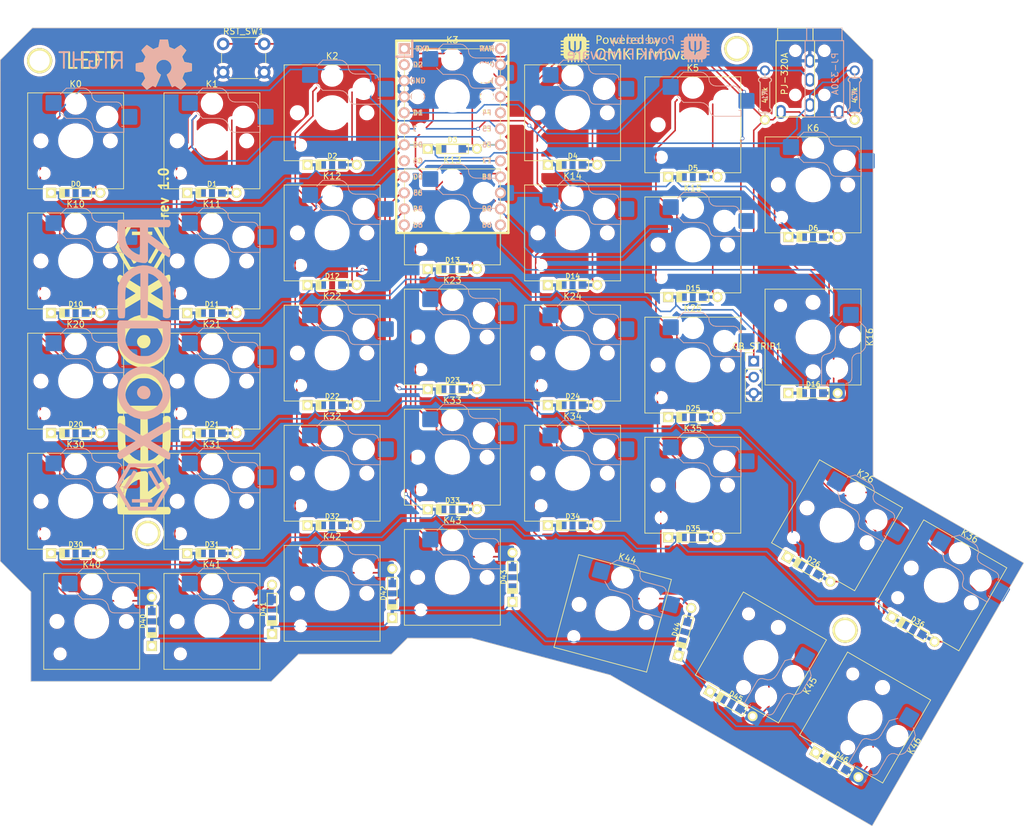
<source format=kicad_pcb>
(kicad_pcb (version 20221018) (generator pcbnew)
  (title_block (title "Redox keyboard PCB") (date "2018-05-05") (rev "1.0") (comment 1 "designed by Mattia Dal Ben (aka u/TiaMaT102)") (comment 2 "https://github.com/mattdibi/redox-keyboard"))
  (layers (0 "F.Cu" signal) (31 "B.Cu" signal) (34 "B.Paste" user) (35 "F.Paste" user) (36 "B.SilkS" user "B.Silkscreen") (37 "F.SilkS" user "F.Silkscreen") (38 "B.Mask" user) (39 "F.Mask" user) (44 "Edge.Cuts" user))
  (net 0 "")
  (net 1 "row0")
  (net 2 "row1")
  (net 3 "row2")
  (net 4 "row3")
  (net 5 "row4")
  (net 6 "col0")
  (net 7 "col1")
  (net 8 "col2")
  (net 9 "col3")
  (net 10 "col4")
  (net 11 "col5")
  (net 12 "col6")
  (net 13 "VCC")
  (net 14 "SDA")
  (net 15 "SCL")
  (net 16 "rgb_data")
  (net 17 "GND")
  (net 18 "RST")
  (net 19 "Net-(D0-A)")
  (net 20 "Net-(D1-A)")
  (net 21 "Net-(D2-A)")
  (net 22 "Net-(D3-A)")
  (net 23 "Net-(D4-A)")
  (net 24 "Net-(D5-A)")
  (net 25 "Net-(D6-A)")
  (net 26 "Net-(D10-A)")
  (net 27 "Net-(D11-A)")
  (net 28 "Net-(D12-A)")
  (net 29 "Net-(D13-A)")
  (net 30 "Net-(D14-A)")
  (net 31 "Net-(D15-A)")
  (net 32 "Net-(D16-A)")
  (net 33 "Net-(D20-A)")
  (net 34 "Net-(D21-A)")
  (net 35 "Net-(D22-A)")
  (net 36 "Net-(D23-A)")
  (net 37 "Net-(D24-A)")
  (net 38 "Net-(D25-A)")
  (net 39 "Net-(D26-A)")
  (net 40 "Net-(D30-A)")
  (net 41 "Net-(D31-A)")
  (net 42 "Net-(D32-A)")
  (net 43 "Net-(D33-A)")
  (net 44 "Net-(D34-A)")
  (net 45 "Net-(D35-A)")
  (net 46 "Net-(D36-A)")
  (net 47 "Net-(D40-A)")
  (net 48 "Net-(D41-A)")
  (net 49 "Net-(D42-A)")
  (net 50 "Net-(D43-A)")
  (net 51 "Net-(D44-A)")
  (net 52 "Net-(D45-A)")
  (net 53 "Net-(D46-A)")
  (footprint "Keebio-Parts:Diode-dual" (layer "F.Cu") (at 91.44 74.93 180)
    (fp_text reference "D0")
    (fp_text value "D" hide)
  )
  (footprint "Keebio-Parts:Diode-dual" (layer "F.Cu") (at 113.03 74.93 180)
    (fp_text reference "D1")
    (fp_text value "D" hide)
  )
  (footprint "Keebio-Parts:Diode-dual" (layer "F.Cu") (at 132.08 70.485 180)
    (fp_text reference "D2")
    (fp_text value "D" hide)
  )
  (footprint "Keebio-Parts:Diode-dual" (layer "F.Cu") (at 151.13 67.945 180)
    (fp_text reference "D3")
    (fp_text value "D" hide)
  )
  (footprint "Keebio-Parts:Diode-dual" (layer "F.Cu") (at 170.18 70.485 180)
    (fp_text reference "D4")
    (fp_text value "D" hide)
  )
  (footprint "Keebio-Parts:Diode-dual" (layer "F.Cu") (at 189.23 72.39 180)
    (fp_text reference "D5")
    (fp_text value "D" hide)
  )
  (footprint "Keebio-Parts:Diode-dual" (layer "F.Cu") (at 208.28 81.915 180)
    (fp_text reference "D6")
    (fp_text value "D" hide)
  )
  (footprint "Keebio-Parts:Diode-dual" (layer "F.Cu") (at 91.44 93.98 180)
    (fp_text reference "D10")
    (fp_text value "D" hide)
  )
  (footprint "Keebio-Parts:Diode-dual" (layer "F.Cu") (at 113.03 93.98 180)
    (fp_text reference "D11")
    (fp_text value "D" hide)
  )
  (footprint "Keebio-Parts:Diode-dual" (layer "F.Cu") (at 132.08 89.535 180)
    (fp_text reference "D12")
    (fp_text value "D" hide)
  )
  (footprint "Keebio-Parts:Diode-dual" (layer "F.Cu") (at 151.13 86.995 180)
    (fp_text reference "D13")
    (fp_text value "D" hide)
  )
  (footprint "Keebio-Parts:Diode-dual" (layer "F.Cu") (at 170.18 89.535 180)
    (fp_text reference "D14")
    (fp_text value "D" hide)
  )
  (footprint "Keebio-Parts:Diode-dual" (layer "F.Cu") (at 189.23 91.44 180)
    (fp_text reference "D15")
    (fp_text value "D" hide)
  )
  (footprint "Keebio-Parts:Diode-dual" (layer "F.Cu") (at 208.28 106.68 180)
    (fp_text reference "D16")
    (fp_text value "D" hide)
  )
  (footprint "Keebio-Parts:Diode-dual" (layer "F.Cu") (at 91.44 113.03 180)
    (fp_text reference "D20")
    (fp_text value "D" hide)
  )
  (footprint "Keebio-Parts:Diode-dual" (layer "F.Cu") (at 113.03 113.03 180)
    (fp_text reference "D21")
    (fp_text value "D" hide)
  )
  (footprint "Keebio-Parts:Diode-dual" (layer "F.Cu") (at 132.08 108.585 180)
    (fp_text reference "D22")
    (fp_text value "D" hide)
  )
  (footprint "Keebio-Parts:Diode-dual" (layer "F.Cu") (at 151.13 106.045 180)
    (fp_text reference "D23")
    (fp_text value "D" hide)
  )
  (footprint "Keebio-Parts:Diode-dual" (layer "F.Cu") (at 170.18 108.585 180)
    (fp_text reference "D24")
    (fp_text value "D" hide)
  )
  (footprint "Keebio-Parts:Diode-dual" (layer "F.Cu") (at 189.23 110.49 180)
    (fp_text reference "D25")
    (fp_text value "D" hide)
  )
  (footprint "Keebio-Parts:Diode-dual" (layer "F.Cu") (at 207.645 134.62 150)
    (fp_text reference "D26")
    (fp_text value "D" hide)
  )
  (footprint "Keebio-Parts:Diode-dual" (layer "F.Cu") (at 91.44 132.08 180)
    (fp_text reference "D30")
    (fp_text value "D" hide)
  )
  (footprint "Keebio-Parts:Diode-dual" (layer "F.Cu") (at 113.03 132.08 180)
    (fp_text reference "D31")
    (fp_text value "D" hide)
  )
  (footprint "Keebio-Parts:Diode-dual" (layer "F.Cu") (at 132.08 127.635 180)
    (fp_text reference "D32")
    (fp_text value "D" hide)
  )
  (footprint "Keebio-Parts:Diode-dual" (layer "F.Cu") (at 151.13 125.095 180)
    (fp_text reference "D33")
    (fp_text value "D" hide)
  )
  (footprint "Keebio-Parts:Diode-dual" (layer "F.Cu") (at 170.18 127.635 180)
    (fp_text reference "D34")
    (fp_text value "D" hide)
  )
  (footprint "Keebio-Parts:Diode-dual" (layer "F.Cu") (at 189.23 129.54 180)
    (fp_text reference "D35")
    (fp_text value "D" hide)
  )
  (footprint "Keebio-Parts:Diode-dual" (layer "F.Cu") (at 224.155 144.145 150)
    (fp_text reference "D36")
    (fp_text value "D" hide)
  )
  (footprint "Keebio-Parts:Diode-dual" (layer "F.Cu") (at 103.505 142.875 -90)
    (fp_text reference "D40")
    (fp_text value "D" hide)
  )
  (footprint "Keebio-Parts:Diode-dual" (layer "F.Cu") (at 122.555 140.97 -90)
    (fp_text reference "D41")
    (fp_text value "D" hide)
  )
  (footprint "Keebio-Parts:Diode-dual" (layer "F.Cu") (at 141.605 138.43 -90)
    (fp_text reference "D42")
    (fp_text value "D" hide)
  )
  (footprint "Keebio-Parts:Diode-dual" (layer "F.Cu") (at 160.655 135.89 -90)
    (fp_text reference "D43")
    (fp_text value "D" hide)
  )
  (footprint "Keebio-Parts:Diode-dual" (layer "F.Cu") (at 187.96 144.526 -105)
    (fp_text reference "D44")
    (fp_text value "D" hide)
  )
  (footprint "Keebio-Parts:Diode-dual" (layer "F.Cu") (at 195.326 155.956 150)
    (fp_text reference "D45")
    (fp_text value "D" hide)
  )
  (footprint "Keebio-Parts:Diode-dual" (layer "F.Cu") (at 212.09 165.608 150)
    (fp_text reference "D46")
    (fp_text value "D" hide)
  )
  (footprint "redox_footprints:SW_Hotswap_Kailh_Choc_V1V2_1.25u" (layer "F.Cu") (at 91.44 66.675)
    (fp_text reference "K0")
    (fp_text value "KEYSW")
  )
  (footprint "redox_footprints:SW_Hotswap_Kailh_Choc_V1V2_1.00u" (layer "F.Cu") (at 113.03 66.675)
    (fp_text reference "K1")
    (fp_text value "KEYSW")
  )
  (footprint "redox_footprints:SW_Hotswap_Kailh_Choc_V1V2_1.00u" (layer "F.Cu") (at 132.08 62.23)
    (fp_text reference "K2")
    (fp_text value "KEYSW")
  )
  (footprint "redox_footprints:SW_Hotswap_Kailh_Choc_V1V2_1.00u" (layer "F.Cu") (at 151.13 59.69)
    (fp_text reference "K3")
    (fp_text value "KEYSW")
  )
  (footprint "redox_footprints:SW_Hotswap_Kailh_Choc_V1V2_1.00u" (layer "F.Cu") (at 170.18 62.23)
    (fp_text reference "K4")
    (fp_text value "KEYSW")
  )
  (footprint "redox_footprints:SW_Hotswap_Kailh_Choc_V1V2_1.00u" (layer "F.Cu") (at 189.23 64.135)
    (fp_text reference "K5")
    (fp_text value "KEYSW")
  )
  (footprint "redox_footprints:SW_Hotswap_Kailh_Choc_V1V2_1.00u" (layer "F.Cu") (at 208.28 73.66)
    (fp_text reference "K6")
    (fp_text value "KEYSW")
  )
  (footprint "redox_footprints:SW_Hotswap_Kailh_Choc_V1V2_1.25u" (layer "F.Cu") (at 91.44 85.725)
    (fp_text reference "K10")
    (fp_text value "KEYSW")
  )
  (footprint "redox_footprints:SW_Hotswap_Kailh_Choc_V1V2_1.00u" (layer "F.Cu") (at 113.03 85.725)
    (fp_text reference "K11")
    (fp_text value "KEYSW")
  )
  (footprint "redox_footprints:SW_Hotswap_Kailh_Choc_V1V2_1.00u" (layer "F.Cu") (at 132.08 81.28)
    (fp_text reference "K12")
    (fp_text value "KEYSW")
  )
  (footprint "redox_footprints:SW_Hotswap_Kailh_Choc_V1V2_1.00u" (layer "F.Cu") (at 151.13 78.74)
    (fp_text reference "K13")
    (fp_text value "KEYSW")
  )
  (footprint "redox_footprints:SW_Hotswap_Kailh_Choc_V1V2_1.00u" (layer "F.Cu") (at 170.18 81.28)
    (fp_text reference "K14")
    (fp_text value "KEYSW")
  )
  (footprint "redox_footprints:SW_Hotswap_Kailh_Choc_V1V2_1.00u" (layer "F.Cu") (at 189.23 83.185)
    (fp_text reference "K15")
    (fp_text value "KEYSW")
  )
  (footprint "redox_footprints:SW_Hotswap_Kailh_Choc_V1V2_1.50u" (layer "F.Cu") (at 208.28 97.79 -90)
    (fp_text reference "K16")
    (fp_text value "KEYSW")
  )
  (footprint "redox_footprints:SW_Hotswap_Kailh_Choc_V1V2_1.25u" (layer "F.Cu") (at 91.44 104.775)
    (fp_text reference "K20")
    (fp_text value "KEYSW")
  )
  (footprint "redox_footprints:SW_Hotswap_Kailh_Choc_V1V2_1.00u" (layer "F.Cu") (at 113.03 104.775)
    (fp_text reference "K21")
    (fp_text value "KEYSW")
  )
  (footprint "redox_footprints:SW_Hotswap_Kailh_Choc_V1V2_1.00u" (layer "F.Cu") (at 132.08 100.33)
    (fp_text reference "K22")
    (fp_text value "KEYSW")
  )
  (footprint "redox_footprints:SW_Hotswap_Kailh_Choc_V1V2_1.00u" (layer "F.Cu") (at 151.13 97.79)
    (fp_text reference "K23")
    (fp_text value "KEYSW")
  )
  (footprint "redox_footprints:SW_Hotswap_Kailh_Choc_V1V2_1.00u" (layer "F.Cu") (at 170.18 100.33)
    (fp_text reference "K24")
    (fp_text value "KEYSW")
  )
  (footprint "redox_footprints:SW_Hotswap_Kailh_Choc_V1V2_1.00u" (layer "F.Cu") (at 189.23 102.235)
    (fp_text reference "K25")
    (fp_text value "KEYSW")
  )
  (footprint "redox_footprints:SW_Hotswap_Kailh_Choc_V1V2_1.00u" (layer "F.Cu") (at 212.09 127.635 -30)
    (fp_text reference "K26")
    (fp_text value "KEYSW")
  )
  (footprint "redox_footprints:SW_Hotswap_Kailh_Choc_V1V2_1.25u" (layer "F.Cu") (at 91.44 123.825)
    (fp_text reference "K30")
    (fp_text value "KEYSW")
  )
  (footprint "redox_footprints:SW_Hotswap_Kailh_Choc_V1V2_1.00u" (layer "F.Cu") (at 113.03 123.825)
    (fp_text reference "K31")
    (fp_text value "KEYSW")
  )
  (footprint "redox_footprints:SW_Hotswap_Kailh_Choc_V1V2_1.00u" (layer "F.Cu") (at 132.08 119.38)
    (fp_text reference "K32")
    (fp_text value "KEYSW")
  )
  (footprint "redox_footprints:SW_Hotswap_Kailh_Choc_V1V2_1.00u" (layer "F.Cu") (at 151.13 116.84)
    (fp_text reference "K33")
    (fp_text value "KEYSW")
  )
  (footprint "redox_footprints:SW_Hotswap_Kailh_Choc_V1V2_1.00u" (layer "F.Cu") (at 170.18 119.38)
    (fp_text reference "K34")
    (fp_text value "KEYSW")
  )
  (footprint "redox_footprints:SW_Hotswap_Kailh_Choc_V1V2_1.00u" (layer "F.Cu") (at 189.23 121.285)
    (fp_text reference "K35")
    (fp_text value "KEYSW")
  )
  (footprint "redox_footprints:SW_Hotswap_Kailh_Choc_V1V2_1.00u" (layer "F.Cu") (at 228.6 137.16 -30)
    (fp_text reference "K36")
    (fp_text value "KEYSW")
  )
  (footprint "redox_footprints:SW_Hotswap_Kailh_Choc_V1V2_1.00u" (layer "F.Cu") (at 93.98 142.875)
    (fp_text reference "K40")
    (fp_text value "KEYSW")
  )
  (footprint "redox_footprints:SW_Hotswap_Kailh_Choc_V1V2_1.00u" (layer "F.Cu") (at 113.03 142.875)
    (fp_text reference "K41")
    (fp_text value "KEYSW")
  )
  (footprint "redox_footprints:SW_Hotswap_Kailh_Choc_V1V2_1.00u" (layer "F.Cu") (at 132.08 138.43)
    (fp_text reference "K42")
    (fp_text value "KEYSW")
  )
  (footprint "redox_footprints:SW_Hotswap_Kailh_Choc_V1V2_1.00u" (layer "F.Cu") (at 151.13 135.89)
    (fp_text reference "K43")
    (fp_text value "KEYSW")
  )
  (footprint "redox_footprints:SW_Hotswap_Kailh_Choc_V1V2_1.25u" (layer "F.Cu") (at 176.53 141.605 -15)
    (fp_text reference "K44")
    (fp_text value "KEYSW")
  )
  (footprint "redox_footprints:SW_Hotswap_Kailh_Choc_V1V2_1.50u" (layer "F.Cu") (at 200.025 148.59 -120)
    (fp_text reference "K45")
    (fp_text value "KEYSW")
  )
  (footprint "redox_footprints:SW_Hotswap_Kailh_Choc_V1V2_1.50u" (layer "F.Cu") (at 216.535 158.115 -120)
    (fp_text reference "K46")
    (fp_text value "KEYSW")
  )
  (footprint "Keebio-Parts:Resistor-Compact" (layer "F.Cu") (at 200.66 59.436 90)
    (fp_text reference "R1")
    (fp_text value "4.7k")
  )
  (footprint "Keebio-Parts:Resistor-Compact" (layer "F.Cu") (at 214.884 59.436 90)
    (fp_text reference "R2")
    (fp_text value "4.7k")
  )
  (footprint "redox_footprints:Pin_Header_Straight_1x03_Pitch2.54mm" (layer "F.Cu") (at 198.882 101.6)
    (fp_text reference "RGB_STRIP1")
    (fp_text value "Conn_01x03")
  )
  (footprint "redox_footprints:SW_PUSH_6mm_h4.3mm" (layer "F.Cu") (at 114.808 51.308)
    (fp_text reference "RST_SW1")
    (fp_text value "SW_PUSH")
  )
  (footprint "Keebio-Parts:TRRS-PJ-320A-dual" (layer "F.Cu") (at 207.772 50.8)
    (fp_text reference "TRRS1")
    (fp_text value "Audio-Jack-4")
  )
  (footprint "Keebio-Parts:ArduinoProMicro" (layer "F.Cu") (at 151.13 66.04 -90)
    (fp_text reference "U1" hide)
    (fp_text value "ProMicro" hide)
  )
  (footprint "keyboard_parts:HOLE_M3" (layer "F.Cu") (at 213.36 144.272)
    (fp_text reference "HOLE_M3" hide)
    (fp_text value "VAL**" hide)
  )
  (footprint "keyboard_parts:HOLE_M3" (layer "F.Cu") (at 85.725 53.975)
    (fp_text reference "HOLE_M3" hide)
    (fp_text value "VAL**" hide)
  )
  (footprint "keyboard_parts:HOLE_M3" (layer "F.Cu") (at 102.87 128.905)
    (fp_text reference "HOLE_M3" hide)
    (fp_text value "VAL**" hide)
  )
  (footprint "keyboard_parts:HOLE_M3" (layer "F.Cu") (at 196.215 52.07)
    (fp_text reference "HOLE_M3" hide)
    (fp_text value "VAL**" hide)
  )
  (footprint "Symbols:OSHW-Symbol_8.9x8mm_SilkScreen" (layer "F.Cu") (at 105.41 54.61)
    (fp_text reference "REF***" hide)
    (fp_text value "OSHW-Logo2_14.6x12mm_SilkScreen" hide)
  )
  (footprint "myparts:redox-logo" (layer "F.Cu") (at 102.235 102.87 90)
    (fp_text reference "G***" hide)
    (fp_text value "LOGO" hide)
  )
  (footprint "myparts:qmk-badge" (layer "F.Cu") (at 179.578 51.943)
    (fp_text reference "G***" hide)
    (fp_text value "LOGO" hide)
  )
  (footprint "Symbols:OSHW-Symbol_8.9x8mm_SilkScreen" (layer "B.Cu") (at 105.41 54.61 180)
    (fp_text reference "REF***" hide)
    (fp_text value "OSHW-Logo2_14.6x12mm_SilkScreen" hide)
  )
  (footprint "myparts:redox-logo" (layer "B.Cu") (at 102.235 102.235 -90)
    (fp_text reference "G***" hide)
    (fp_text value "LOGO" hide)
  )
  (footprint "myparts:qmk-badge" (layer "B.Cu") (at 180.594 51.943 180)
    (fp_text reference "G***" hide)
    (fp_text value "LOGO" hide)
  )
  (gr_line (start 212.725 48.768) (end 84.582 48.768) (stroke (width 0.1)) (layer "Edge.Cuts"))
  (gr_line (start 126.746 148.082) (end 141.478 148.082) (stroke (width 0.1)) (layer "Edge.Cuts"))
  (gr_line (start 217.805 53.848) (end 212.725 48.768) (stroke (width 0.1)) (layer "Edge.Cuts"))
  (gr_line (start 217.805 64.008) (end 217.805 119.888) (stroke (width 0.1)) (layer "Edge.Cuts"))
  (gr_line (start 217.805 119.888) (end 241.681 133.604) (stroke (width 0.1)) (layer "Edge.Cuts"))
  (gr_line (start 154.178 145.542) (end 144.018 145.542) (stroke (width 0.1)) (layer "Edge.Cuts"))
  (gr_line (start 176.149 151.384) (end 154.178 145.542) (stroke (width 0.1)) (layer "Edge.Cuts"))
  (gr_line (start 122.428 152.4) (end 126.746 148.082) (stroke (width 0.1)) (layer "Edge.Cuts"))
  (gr_line (start 217.551 175.26) (end 176.149 151.384) (stroke (width 0.1)) (layer "Edge.Cuts"))
  (gr_line (start 217.551 175.26) (end 217.678 175.26) (stroke (width 0.1)) (layer "Edge.Cuts"))
  (gr_line (start 79.502 57.15) (end 79.502 133.35) (stroke (width 0.1)) (layer "Edge.Cuts"))
  (gr_line (start 79.502 53.848) (end 84.582 48.768) (stroke (width 0.1)) (layer "Edge.Cuts"))
  (gr_line (start 79.502 133.35) (end 84.328 138.176) (stroke (width 0.1)) (layer "Edge.Cuts"))
  (gr_line (start 141.478 148.082) (end 144.018 145.542) (stroke (width 0.1)) (layer "Edge.Cuts"))
  (gr_line (start 217.678 175.26) (end 241.681 133.604) (stroke (width 0.1)) (layer "Edge.Cuts"))
  (gr_line (start 79.502 53.848) (end 79.502 57.15) (stroke (width 0.1)) (layer "Edge.Cuts"))
  (gr_line (start 84.328 138.176) (end 84.328 152.4) (stroke (width 0.1)) (layer "Edge.Cuts"))
  (gr_line (start 217.805 53.848) (end 217.805 64.008) (stroke (width 0.1)) (layer "Edge.Cuts"))
  (gr_line (start 84.328 152.4) (end 122.428 152.4) (stroke (width 0.1)) (layer "Edge.Cuts"))
  (gr_text "RIGHT" (at 93.98 53.975) (layer "B.SilkS") (effects (font (size 2.5 2.5) (thickness 0.3)) (justify mirror)))
  (gr_text "rev 1.0" (at 105.41 74.93 90) (layer "F.SilkS") (effects (font (size 1.5 1.5) (thickness 0.3))))
  (gr_text "LEFT" (at 93.98 53.975) (layer "F.SilkS") (effects (font (size 2.5 2.5) (thickness 0.3))))
  (segment (start 201.279403 156.352597) (end 200.107 157.525) (width 0.25) (layer "F.Cu") (net 0))
  (segment (start 200.107 157.525) (end 198.703499 157.906) (width 0.25) (layer "F.Cu") (net 0))
  (segment (start 201.279403 152.95731) (end 201.279403 156.352597) (width 0.25) (layer "F.Cu") (net 0))
  (segment (start 88.74 75.786) (end 89.662 76.708) (width 0.25) (layer "B.Cu") (net 1))
  (segment (start 89.662 76.708) (end 109.728 76.708) (width 0.25) (layer "B.Cu") (net 1))
  (segment (start 109.728 76.708) (end 110.33 76.106) (width 0.25) (layer "B.Cu") (net 1))
  (segment (start 110.33 76.106) (end 110.744 76.52) (width 0.25) (layer "B.Cu") (net 1))
  (segment (start 110.744 76.52) (end 120.838 76.52) (width 0.25) (layer "B.Cu") (net 1))
  (segment (start 120.838 76.52) (end 124.714 72.644) (width 0.25) (layer "B.Cu") (net 1))
  (segment (start 124.714 72.644) (end 128.27 72.644) (width 0.25) (layer "B.Cu") (net 1))
  (segment (start 128.27 72.644) (end 129.38 71.534) (width 0.25) (layer "B.Cu") (net 1))
  (segment (start 129.38 71.534) (end 129.38 70.485) (width 0.25) (layer "B.Cu") (net 1))
  (segment (start 129.38 71.214) (end 130.302 72.136) (width 0.25) (layer "B.Cu") (net 1))
  (segment (start 130.302 72.136) (end 138.43 72.136) (width 0.25) (layer "B.Cu") (net 1))
  (segment (start 138.43 72.136) (end 143.256 67.31) (width 0.25) (layer "B.Cu") (net 1))
  (segment (start 143.256 67.31) (end 143.51 67.31) (width 0.25) (layer "B.Cu") (net 1))
  (segment (start 147.795 67.31) (end 148.43 67.945) (width 0.25) (layer "B.Cu") (net 1))
  (segment (start 148.43 68.928) (end 148.844 69.342) (width 0.25) (layer "B.Cu") (net 1))
  (segment (start 148.844 69.342) (end 156.972 69.342) (width 0.25) (layer "B.Cu") (net 1))
  (segment (start 156.972 69.342) (end 157.734 68.58) (width 0.25) (layer "B.Cu") (net 1))
  (segment (start 157.734 68.58) (end 165.575 68.58) (width 0.25) (layer "B.Cu") (net 1))
  (segment (start 165.575 68.58) (end 167.48 70.485) (width 0.25) (layer "B.Cu") (net 1))
  (segment (start 167.48 71.468) (end 169.926 73.914) (width 0.25) (layer "B.Cu") (net 1))
  (segment (start 169.926 73.914) (end 185.006 73.914) (width 0.25) (layer "B.Cu") (net 1))
  (segment (start 185.006 73.914) (end 186.53 72.39) (width 0.25) (layer "B.Cu") (net 1))
  (segment (start 186.53 72.992) (end 187.452 73.914) (width 0.25) (layer "B.Cu") (net 1))
  (segment (start 187.452 73.914) (end 197.579 73.914) (width 0.25) (layer "B.Cu") (net 1))
  (segment (start 197.579 73.914) (end 205.58 81.915) (width 0.25) (layer "B.Cu") (net 1))
  (segment (start 88.74 74.93) (end 88.74 75.786) (width 0.25) (layer "B.Cu") (net 1))
  (segment (start 143.51 67.31) (end 147.795 67.31) (width 0.25) (layer "B.Cu") (net 1))
  (segment (start 110.33 74.93) (end 110.33 76.106) (width 0.25) (layer "B.Cu") (net 1))
  (segment (start 186.53 72.39) (end 186.53 72.992) (width 0.25) (layer "B.Cu") (net 1))
  (segment (start 148.43 67.945) (end 148.43 68.928) (width 0.25) (layer "B.Cu") (net 1))
  (segment (start 167.48 70.485) (end 167.48 71.468) (width 0.25) (layer "B.Cu") (net 1))
  (segment (start 129.38 70.485) (end 129.38 71.214) (width 0.25) (layer "B.Cu") (net 1))
  (segment (start 143.002 72.39) (end 140.462 74.93) (width 0.25) (layer "F.Cu") (net 2))
  (segment (start 140.462 74.93) (end 140.462 84.836) (width 0.25) (layer "F.Cu") (net 2))
  (segment (start 140.462 84.836) (end 138.176 87.122) (width 0.25) (layer "F.Cu") (net 2))
  (segment (start 138.176 87.122) (end 136.906 87.122) (width 0.25) (layer "F.Cu") (net 2))
  (segment (start 143.51 72.39) (end 143.002 72.39) (width 0.25) (layer "F.Cu") (net 2))
  (via (at 136.906 87.122) (size 0.6) (drill 0.4) (layers "F.Cu" "B.Cu") (net 2))
  (segment (start 88.74 94.836) (end 89.662 95.758) (width 0.25) (layer "B.Cu") (net 2))
  (segment (start 89.662 95.758) (end 109.474 95.758) (width 0.25) (layer "B.Cu") (net 2))
  (segment (start 109.474 95.758) (end 110.33 94.902) (width 0.25) (layer "B.Cu") (net 2))
  (segment (start 110.33 94.902) (end 110.998 95.57) (width 0.25) (layer "B.Cu") (net 2))
  (segment (start 110.998 95.57) (end 120.838 95.57) (width 0.25) (layer "B.Cu") (net 2))
  (segment (start 120.838 95.57) (end 124.206 92.202) (width 0.25) (layer "B.Cu") (net 2))
  (segment (start 124.206 92.202) (end 126.713 92.202) (width 0.25) (layer "B.Cu") (net 2))
  (segment (start 126.713 92.202) (end 129.38 89.535) (width 0.25) (layer "B.Cu") (net 2))
  (segment (start 129.38 90.518) (end 130.048 91.186) (width 0.25) (layer "B.Cu") (net 2))
  (segment (start 130.048 91.186) (end 141.224 91.186) (width 0.25) (layer "B.Cu") (net 2))
  (segment (start 141.224 91.186) (end 143.764 88.646) (width 0.25) (layer "B.Cu") (net 2))
  (segment (start 143.764 88.646) (end 146.779 88.646) (width 0.25) (layer "B.Cu") (net 2))
  (segment (start 146.779 88.646) (end 148.43 86.995) (width 0.25) (layer "B.Cu") (net 2))
  (segment (start 148.43 87.978) (end 148.844 88.392) (width 0.25) (layer "B.Cu") (net 2))
  (segment (start 148.844 88.392) (end 160.528 88.392) (width 0.25) (layer "B.Cu") (net 2))
  (segment (start 160.528 88.392) (end 163.576 91.44) (width 0.25) (layer "B.Cu") (net 2))
  (segment (start 163.576 91.44) (end 166.624 91.44) (width 0.25) (layer "B.Cu") (net 2))
  (segment (start 166.624 91.44) (end 167.48 90.584) (width 0.25) (layer "B.Cu") (net 2))
  (segment (start 167.48 90.584) (end 167.48 89.535) (width 0.25) (layer "B.Cu") (net 2))
  (segment (start 167.48 90.264) (end 168.656 91.44) (width 0.25) (layer "B.Cu") (net 2))
  (segment (start 168.656 91.44) (end 181.864 91.44) (width 0.25) (layer "B.Cu") (net 2))
  (segment (start 181.864 91.44) (end 184.15 93.726) (width 0.25) (layer "B.Cu") (net 2))
  (segment (start 184.15 93.726) (end 185.674 93.726) (width 0.25) (layer "B.Cu") (net 2))
  (segment (start 185.674 93.726) (end 186.53 92.87) (width 0.25) (layer "B.Cu") (net 2))
  (segment (start 186.53 92.87) (end 186.53 91.44) (width 0.25) (layer "B.Cu") (net 2))
  (segment (start 186.53 92.616) (end 187.386 93.472) (width 0.25) (layer "B.Cu") (net 2))
  (segment (start 187.386 93.472) (end 195.58 93.472) (width 0.25) (layer "B.Cu") (net 2))
  (segment (start 195.58 93.472) (end 206.705 104.597) (width 0.25) (layer "B.Cu") (net 2))
  (segment (start 206.705 104.597) (end 206.705 106.68) (width 0.25) (layer "B.Cu") (net 2))
  (segment (start 136.906 87.122) (end 136.652 87.376) (width 0.25) (layer "B.Cu") (net 2))
  (segment (start 136.652 87.376) (end 131.539 87.376) (width 0.25) (layer "B.Cu") (net 2))
  (segment (start 131.539 87.376) (end 129.38 89.535) (width 0.25) (layer "B.Cu") (net 2))
  (segment (start 167.48 89.535) (end 167.48 90.264) (width 0.25) (layer "B.Cu") (net 2))
  (segment (start 88.74 93.98) (end 88.74 94.836) (width 0.25) (layer "B.Cu") (net 2))
  (segment (start 148.43 86.995) (end 148.43 87.978) (width 0.25) (layer "B.Cu") (net 2))
  (segment (start 129.38 89.535) (end 129.38 90.518) (width 0.25) (layer "B.Cu") (net 2))
  (segment (start 110.33 93.98) (end 110.33 94.902) (width 0.25) (layer "B.Cu") (net 2))
  (segment (start 186.53 91.44) (end 186.53 92.616) (width 0.25) (layer "B.Cu") (net 2))
  (segment (start 143.002 74.93) (end 141.224 76.708) (width 0.25) (layer "F.Cu") (net 3))
  (segment (start 141.224 76.708) (end 141.224 104.394) (width 0.25) (layer "F.Cu") (net 3))
  (segment (start 141.224 104.394) (end 142.748 105.918) (width 0.25) (layer "F.Cu") (net 3))
  (segment (start 143.51 74.93) (end 143.002 74.93) (width 0.25) (layer "F.Cu") (net 3))
  (via (at 142.748 105.918) (size 0.6) (drill 0.4) (layers "F.Cu" "B.Cu") (net 3))
  (segment (start 88.74 113.886) (end 89.916 115.062) (width 0.25) (layer "B.Cu") (net 3))
  (segment (start 89.916 115.062) (end 109.474 115.062) (width 0.25) (layer "B.Cu") (net 3))
  (segment (start 109.474 115.062) (end 110.33 114.206) (width 0.25) (layer "B.Cu") (net 3))
  (segment (start 110.33 114.206) (end 111.186 115.062) (width 0.25) (layer "B.Cu") (net 3))
  (segment (start 111.186 115.062) (end 119.38 115.062) (width 0.25) (layer "B.Cu") (net 3))
  (segment (start 119.38 115.062) (end 123.698 110.744) (width 0.25) (layer "B.Cu") (net 3))
  (segment (start 123.698 110.744) (end 128.27 110.744) (width 0.25) (layer "B.Cu") (net 3))
  (segment (start 128.27 110.744) (end 129.38 109.634) (width 0.25) (layer "B.Cu") (net 3))
  (segment (start 129.38 109.634) (end 130.048 110.302) (width 0.25) (layer "B.Cu") (net 3))
  (segment (start 130.048 110.302) (end 140.904 110.302) (width 0.25) (layer "B.Cu") (net 3))
  (segment (start 140.904 110.302) (end 143.256 107.95) (width 0.25) (layer "B.Cu") (net 3))
  (segment (start 143.256 107.95) (end 147.574 107.95) (width 0.25) (layer "B.Cu") (net 3))
  (segment (start 147.574 107.95) (end 148.43 107.094) (width 0.25) (layer "B.Cu") (net 3))
  (segment (start 148.43 107.094) (end 148.43 106.045) (width 0.25) (layer "B.Cu") (net 3))
  (segment (start 148.43 107.028) (end 149.606 108.204) (width 0.25) (layer "B.Cu") (net 3))
  (segment (start 149.606 108.204) (end 163.322 108.204) (width 0.25) (layer "B.Cu") (net 3))
  (segment (start 163.322 108.204) (end 165.1 109.982) (width 0.25) (layer "B.Cu") (net 3))
  (segment (start 165.1 109.982) (end 167.132 109.982) (width 0.25) (layer "B.Cu") (net 3))
  (segment (start 167.132 109.982) (end 167.48 109.634) (width 0.25) (layer "B.Cu") (net 3))
  (segment (start 167.48 109.634) (end 167.48 108.585) (width 0.25) (layer "B.Cu") (net 3))
  (segment (start 167.48 109.314) (end 170.434 112.268) (width 0.25) (layer "B.Cu") (net 3))
  (segment (start 170.434 112.268) (end 185.674 112.268) (width 0.25) (layer "B.Cu") (net 3))
  (segment (start 185.674 112.268) (end 186.53 111.412) (width 0.25) (layer "B.Cu") (net 3))
  (segment (start 186.53 111.412) (end 186.53 110.49) (width 0.25) (layer "B.Cu") (net 3))
  (segment (start 186.53 111.346) (end 187.706 112.522) (width 0.25) (layer "B.Cu") (net 3))
  (segment (start 187.706 112.522) (end 196.596 112.522) (width 0.25) (layer "B.Cu") (net 3))
  (segment (start 196.596 112.522) (end 204.978 120.904) (width 0.25) (layer "B.Cu") (net 3))
  (segment (start 204.978 120.904) (end 204.978 129.54) (width 0.25) (layer "B.Cu") (net 3))
  (segment (start 204.978 129.54) (end 206.28101 130.84301) (width 0.25) (layer "B.Cu") (net 3))
  (segment (start 206.28101 130.84301) (end 206.28101 133.8325) (width 0.25) (layer "B.Cu") (net 3))
  (segment (start 142.748 105.918) (end 142.875 106.045) (width 0.25) (layer "B.Cu") (net 3))
  (segment (start 142.875 106.045) (end 147.23 106.045) (width 0.25) (layer "B.Cu") (net 3))
  (segment (start 147.23 106.045) (end 148.43 106.045) (width 0.25) (layer "B.Cu") (net 3))
  (segment (start 110.33 113.03) (end 110.33 114.206) (width 0.25) (layer "B.Cu") (net 3))
  (segment (start 167.48 108.585) (end 167.48 109.314) (width 0.25) (layer "B.Cu") (net 3))
  (segment (start 148.43 106.045) (end 148.43 107.028) (width 0.25) (layer "B.Cu") (net 3))
  (segment (start 129.38 108.585) (end 129.38 109.634) (width 0.25) (layer "B.Cu") (net 3))
  (segment (start 88.74 113.03) (end 88.74 113.886) (width 0.25) (layer "B.Cu") (net 3))
  (segment (start 186.53 110.49) (end 186.53 111.346) (width 0.25) (layer "B.Cu") (net 3))
  (segment (start 143.51 77.724) (end 141.986 79.248) (width 0.25) (layer "F.Cu") (net 4))
  (segment (start 141.986 79.248) (end 141.986 82.042) (width 0.25) (layer "F.Cu") (net 4))
  (segment (start 141.986 82.042) (end 143.764 83.82) (width 0.25) (layer "F.Cu") (net 4))
  (segment (start 143.764 83.82) (end 143.764 122.682) (width 0.25) (layer "F.Cu") (net 4))
  (segment (start 143.51 77.47) (end 143.51 77.724) (width 0.25) (layer "F.Cu") (net 4))
  (via (at 143.764 122.682) (size 0.6) (drill 0.4) (layers "F.Cu" "B.Cu") (net 4))
  (segment (start 88.74 133.19) (end 89.408 133.858) (width 0.25) (layer "B.Cu") (net 4))
  (segment (start 89.408 133.858) (end 109.474 133.858) (width 0.25) (layer "B.Cu") (net 4))
  (segment (start 109.474 133.858) (end 110.33 133.002) (width 0.25) (layer "B.Cu") (net 4))
  (segment (start 110.33 133.002) (end 110.33 132.08) (width 0.25) (layer "B.Cu") (net 4))
  (segment (start 110.33 132.936) (end 110.998 133.604) (width 0.25) (layer "B.Cu") (net 4))
  (segment (start 110.998 133.604) (end 121.412 133.604) (width 0.25) (layer "B.Cu") (net 4))
  (segment (start 121.412 133.604) (end 125.476 129.54) (width 0.25) (layer "B.Cu") (net 4))
  (segment (start 125.476 129.54) (end 128.27 129.54) (width 0.25) (layer "B.Cu") (net 4))
  (segment (start 128.27 129.54) (end 129.38 128.43) (width 0.25) (layer "B.Cu") (net 4))
  (segment (start 129.38 128.43) (end 129.38 127.635) (width 0.25) (layer "B.Cu") (net 4))
  (segment (start 129.38 128.364) (end 130.556 129.54) (width 0.25) (layer "B.Cu") (net 4))
  (segment (start 130.556 129.54) (end 139.954 129.54) (width 0.25) (layer "B.Cu") (net 4))
  (segment (start 139.954 129.54) (end 143.002 126.492) (width 0.25) (layer "B.Cu") (net 4))
  (segment (start 143.002 126.492) (end 147.828 126.492) (width 0.25) (layer "B.Cu") (net 4))
  (segment (start 147.828 126.492) (end 148.43 125.89) (width 0.25) (layer "B.Cu") (net 4))
  (segment (start 148.43 125.89) (end 148.43 125.095) (width 0.25) (layer "B.Cu") (net 4))
  (segment (start 148.43 125.824) (end 150.114 127.508) (width 0.25) (layer "B.Cu") (net 4))
  (segment (start 150.114 127.508) (end 160.782 127.508) (width 0.25) (layer "B.Cu") (net 4))
  (segment (start 160.782 127.508) (end 162.56 129.286) (width 0.25) (layer "B.Cu") (net 4))
  (segment (start 162.56 129.286) (end 166.878 129.286) (width 0.25) (layer "B.Cu") (net 4))
  (segment (start 166.878 129.286) (end 167.48 128.684) (width 0.25) (layer "B.Cu") (net 4))
  (segment (start 167.48 128.684) (end 167.48 127.635) (width 0.25) (layer "B.Cu") (net 4))
  (segment (start 167.48 128.618) (end 168.148 129.286) (width 0.25) (layer "B.Cu") (net 4))
  (segment (start 168.148 129.286) (end 178.308 129.286) (width 0.25) (layer "B.Cu") (net 4))
  (segment (start 178.308 129.286) (end 180.34 131.318) (width 0.25) (layer "B.Cu") (net 4))
  (segment (start 180.34 131.318) (end 185.42 131.318) (width 0.25) (layer "B.Cu") (net 4))
  (segment (start 185.42 131.318) (end 186.53 130.208) (width 0.25) (layer "B.Cu") (net 4))
  (segment (start 186.53 130.208) (end 186.53 129.54) (width 0.25) (layer "B.Cu") (net 4))
  (segment (start 186.53 129.888) (end 188.468 131.826) (width 0.25) (layer "B.Cu") (net 4))
  (segment (start 188.468 131.826) (end 200.914 131.826) (width 0.25) (layer "B.Cu") (net 4))
  (segment (start 200.914 131.826) (end 208.788 139.7) (width 0.25) (layer "B.Cu") (net 4))
  (segment (start 208.788 139.7) (end 218.282501 139.7) (width 0.25) (layer "B.Cu") (net 4))
  (segment (start 218.282501 139.7) (end 220.777501 142.195) (width 0.25) (layer "B.Cu") (net 4))
  (segment (start 220.777501 142.195) (end 221.816731 142.795) (width 0.25) (layer "B.Cu") (net 4))
  (segment (start 143.764 122.682) (end 146.177 125.095) (width 0.25) (layer "B.Cu") (net 4))
  (segment (start 146.177 125.095) (end 147.23 125.095) (width 0.25) (layer "B.Cu") (net 4))
  (segment (start 147.23 125.095) (end 148.43 125.095) (width 0.25) (layer "B.Cu") (net 4))
  (segment (start 110.33 132.08) (end 110.33 132.936) (width 0.25) (layer "B.Cu") (net 4))
  (segment (start 129.38 127.635) (end 129.38 128.364) (width 0.25) (layer "B.Cu") (net 4))
  (segment (start 186.53 129.54) (end 186.53 129.888) (width 0.25) (layer "B.Cu") (net 4))
  (segment (start 88.74 132.08) (end 88.74 133.19) (width 0.25) (layer "B.Cu") (net 4))
  (segment (start 167.48 127.635) (end 167.48 128.618) (width 0.25) (layer "B.Cu") (net 4))
  (segment (start 148.43 125.095) (end 148.43 125.824) (width 0.25) (layer "B.Cu") (net 4))
  (segment (start 143.51 82.55) (end 144.526 83.566) (width 0.25) (layer "F.Cu") (net 5))
  (segment (start 144.526 83.566) (end 144.526 134.112) (width 0.25) (layer "F.Cu") (net 5))
  (segment (start 144.526 134.112) (end 143.256 135.382) (width 0.25) (layer "F.Cu") (net 5))
  (segment (start 143.256 135.382) (end 143.256 138.354) (width 0.25) (layer "F.Cu") (net 5))
  (segment (start 143.256 138.354) (end 141.605 140.005) (width 0.25) (layer "F.Cu") (net 5))
  (segment (start 143.51 80.01) (end 143.51 82.55) (width 0.25) (layer "F.Cu") (net 5))
  (segment (start 191.948501 154.006) (end 192.987731 154.606) (width 0.25) (layer "B.Cu") (net 5))
  (segment (start 193.241731 156.665731) (end 196.088 159.512) (width 0.25) (layer "B.Cu") (net 5))
  (segment (start 196.088 159.512) (end 205.074501 159.512) (width 0.25) (layer "B.Cu") (net 5))
  (segment (start 205.074501 159.512) (end 208.712501 163.658) (width 0.25) (layer "B.Cu") (net 5))
  (segment (start 208.712501 163.658) (end 209.751731 164.258) (width 0.25) (layer "B.Cu") (net 5))
  (segment (start 121.85 145.575) (end 122.555 144.87) (width 0.25) (layer "B.Cu") (net 5))
  (segment (start 122.555 144.87) (end 122.555 143.67) (width 0.25) (layer "B.Cu") (net 5))
  (segment (start 140.265 143.67) (end 141.605 142.33) (width 0.25) (layer "B.Cu") (net 5))
  (segment (start 141.605 142.33) (end 141.605 141.13) (width 0.25) (layer "B.Cu") (net 5))
  (segment (start 159.315 141.13) (end 160.655 139.79) (width 0.25) (layer "B.Cu") (net 5))
  (segment (start 160.655 139.79) (end 160.655 138.59) (width 0.25) (layer "B.Cu") (net 5))
  (segment (start 186.950606 148.293111) (end 187.261189 147.134) (width 0.25) (layer "B.Cu") (net 5))
  (segment (start 160.655 140.843) (end 165.859333 146.047333) (width 0.25) (layer "B.Cu") (net 5))
  (segment (start 165.859333 146.047333) (end 187.55236 146.047333) (width 0.25) (layer "B.Cu") (net 5))
  (segment (start 187.261189 148.683688) (end 191.948501 154.006) (width 0.25) (layer "B.Cu") (net 5))
  (segment (start 191.948501 154.006) (end 192.987731 154.606) (width 0.25) (layer "B.Cu") (net 5))
  (segment (start 160.655 138.59) (end 160.655 140.843) (width 0.25) (layer "B.Cu") (net 5))
  (segment (start 103.505 145.575) (end 121.85 145.575) (width 0.25) (layer "B.Cu") (net 5))
  (segment (start 141.605 141.13) (end 159.315 141.13) (width 0.25) (layer "B.Cu") (net 5))
  (segment (start 187.261189 147.134) (end 187.139 147.134) (width 0.25) (layer "B.Cu") (net 5))
  (segment (start 122.555 143.67) (end 140.265 143.67) (width 0.25) (layer "B.Cu") (net 5))
  (segment (start 187.261189 147.134) (end 187.261189 148.683688) (width 0.25) (layer "B.Cu") (net 5))
  (segment (start 192.987731 154.606) (end 193.241731 156.665731) (width 0.25) (layer "B.Cu") (net 5))
  (segment (start 88.94 62.75) (end 88.138 63.552) (width 0.25) (layer "F.Cu") (net 6))
  (segment (start 88.138 63.552) (end 88.138 67.31) (width 0.25) (layer "F.Cu") (net 6))
  (segment (start 88.138 67.31) (end 85.852 69.596) (width 0.25) (layer "F.Cu") (net 6))
  (segment (start 85.852 69.596) (end 85.852 77.867) (width 0.25) (layer "F.Cu") (net 6))
  (segment (start 85.852 77.867) (end 88.92 80.935) (width 0.25) (layer "F.Cu") (net 6))
  (segment (start 88.92 80.935) (end 88.94 81.725) (width 0.25) (layer "F.Cu") (net 6))
  (segment (start 88.94 81.8) (end 88.138 82.602) (width 0.25) (layer "F.Cu") (net 6))
  (segment (start 88.138 82.602) (end 88.138 86.868) (width 0.25) (layer "F.Cu") (net 6))
  (segment (start 88.138 86.868) (end 85.852 89.154) (width 0.25) (layer "F.Cu") (net 6))
  (segment (start 85.852 89.154) (end 85.852 97.687) (width 0.25) (layer "F.Cu") (net 6))
  (segment (start 85.852 97.687) (end 88.94 100.775) (width 0.25) (layer "F.Cu") (net 6))
  (segment (start 88.94 100.85) (end 88.138 101.652) (width 0.25) (layer "F.Cu") (net 6))
  (segment (start 88.138 101.652) (end 88.138 105.41) (width 0.25) (layer "F.Cu") (net 6))
  (segment (start 88.138 105.41) (end 85.852 107.696) (width 0.25) (layer "F.Cu") (net 6))
  (segment (start 85.852 107.696) (end 85.852 115.967) (width 0.25) (layer "F.Cu") (net 6))
  (segment (start 85.852 115.967) (end 88.92 119.035) (width 0.25) (layer "F.Cu") (net 6))
  (segment (start 88.92 119.035) (end 88.94 119.825) (width 0.25) (layer "F.Cu") (net 6))
  (segment (start 88.94 119.9) (end 88.392 120.448) (width 0.25) (layer "F.Cu") (net 6))
  (segment (start 88.392 120.448) (end 88.392 124.714) (width 0.25) (layer "F.Cu") (net 6))
  (segment (start 88.392 124.714) (end 85.852 127.254) (width 0.25) (layer "F.Cu") (net 6))
  (segment (start 85.852 127.254) (end 85.852 134.632) (width 0.25) (layer "F.Cu") (net 6))
  (segment (start 85.852 134.632) (end 90.095 138.875) (width 0.25) (layer "F.Cu") (net 6))
  (segment (start 90.095 138.875) (end 91.48 138.875) (width 0.25) (layer "F.Cu") (net 6))
  (segment (start 88.94 81.725) (end 88.94 81.8) (width 0.25) (layer "F.Cu") (net 6))
  (segment (start 88.94 119.825) (end 88.94 119.9) (width 0.25) (layer "F.Cu") (net 6))
  (segment (start 88.94 62.675) (end 88.94 62.75) (width 0.25) (layer "F.Cu") (net 6))
  (segment (start 88.94 100.775) (end 88.94 100.85) (width 0.25) (layer "F.Cu") (net 6))
  (segment (start 158.242 64.77) (end 156.972 63.5) (width 0.25) (layer "B.Cu") (net 6))
  (segment (start 156.972 63.5) (end 141.732 63.5) (width 0.25) (layer "B.Cu") (net 6))
  (segment (start 141.732 63.5) (end 138.176 59.944) (width 0.25) (layer "B.Cu") (net 6))
  (segment (start 138.176 59.944) (end 138.176 56.388) (width 0.25) (layer "B.Cu") (net 6))
  (segment (start 138.176 56.388) (end 137.16 55.372) (width 0.25) (layer "B.Cu") (net 6))
  (segment (start 137.16 55.372) (end 125.476 55.372) (width 0.25) (layer "B.Cu") (net 6))
  (segment (start 125.476 55.372) (end 122.174 58.674) (width 0.25) (layer "B.Cu") (net 6))
  (segment (start 122.174 58.674) (end 92.131 58.674) (width 0.25) (layer "B.Cu") (net 6))
  (segment (start 92.131 58.674) (end 88.92 61.885) (width 0.25) (layer "B.Cu") (net 6))
  (segment (start 88.92 61.885) (end 88.94 62.675) (width 0.25) (layer "B.Cu") (net 6))
  (segment (start 158.75 64.77) (end 158.242 64.77) (width 0.25) (layer "B.Cu") (net 6))
  (segment (start 110.53 62.75) (end 109.982 63.298) (width 0.25) (layer "F.Cu") (net 7))
  (segment (start 109.982 63.298) (end 109.982 67.31) (width 0.25) (layer "F.Cu") (net 7))
  (segment (start 109.982 67.31) (end 107.442 69.85) (width 0.25) (layer "F.Cu") (net 7))
  (segment (start 107.442 69.85) (end 107.442 78.637) (width 0.25) (layer "F.Cu") (net 7))
  (segment (start 107.442 78.637) (end 110.53 81.725) (width 0.25) (layer "F.Cu") (net 7))
  (segment (start 110.53 81.8) (end 109.728 82.602) (width 0.25) (layer "F.Cu") (net 7))
  (segment (start 109.728 82.602) (end 109.728 86.614) (width 0.25) (layer "F.Cu") (net 7))
  (segment (start 109.728 86.614) (end 107.188 89.154) (width 0.25) (layer "F.Cu") (net 7))
  (segment (start 107.188 89.154) (end 107.188 97.433) (width 0.25) (layer "F.Cu") (net 7))
  (segment (start 107.188 97.433) (end 110.53 100.775) (width 0.25) (layer "F.Cu") (net 7))
  (segment (start 110.53 100.85) (end 109.982 101.398) (width 0.25) (layer "F.Cu") (net 7))
  (segment (start 109.982 101.398) (end 109.982 105.156) (width 0.25) (layer "F.Cu") (net 7))
  (segment (start 109.982 105.156) (end 107.442 107.696) (width 0.25) (layer "F.Cu") (net 7))
  (segment (start 107.442 107.696) (end 107.442 116.737) (width 0.25) (layer "F.Cu") (net 7))
  (segment (start 107.442 116.737) (end 110.53 119.825) (width 0.25) (layer "F.Cu") (net 7))
  (segment (start 110.53 119.9) (end 109.982 120.448) (width 0.25) (layer "F.Cu") (net 7))
  (segment (start 109.982 120.448) (end 109.982 124.714) (width 0.25) (layer "F.Cu") (net 7))
  (segment (start 109.982 124.714) (end 107.188 127.508) (width 0.25) (layer "F.Cu") (net 7))
  (segment (start 107.188 127.508) (end 107.188 135.533) (width 0.25) (layer "F.Cu") (net 7))
  (segment (start 107.188 135.533) (end 110.53 138.875) (width 0.25) (layer "F.Cu") (net 7))
  (segment (start 110.53 119.825) (end 110.53 119.9) (width 0.25) (layer "F.Cu") (net 7))
  (segment (start 110.53 62.675) (end 110.53 62.75) (width 0.25) (layer "F.Cu") (net 7))
  (segment (start 110.53 81.725) (end 110.53 81.8) (width 0.25) (layer "F.Cu") (net 7))
  (segment (start 110.53 100.775) (end 110.53 100.85) (width 0.25) (layer "F.Cu") (net 7))
  (segment (start 156.718 67.31) (end 155.448 66.04) (width 0.25) (layer "B.Cu") (net 7))
  (segment (start 155.448 66.04) (end 122.428 66.04) (width 0.25) (layer "B.Cu") (net 7))
  (segment (start 122.428 66.04) (end 118.618 69.85) (width 0.25) (layer "B.Cu") (net 7))
  (segment (start 118.618 69.85) (end 112.014 69.85) (width 0.25) (layer "B.Cu") (net 7))
  (segment (start 112.014 69.85) (end 109.875 67.711) (width 0.25) (layer "B.Cu") (net 7))
  (segment (start 109.875 67.711) (end 109.875 63.405) (width 0.25) (layer "B.Cu") (net 7))
  (segment (start 109.875 63.405) (end 110.53 62.675) (width 0.25) (layer "B.Cu") (net 7))
  (segment (start 158.75 67.31) (end 156.718 67.31) (width 0.25) (layer "B.Cu") (net 7))
  (segment (start 129.58 58.305) (end 129.032 58.853) (width 0.25) (layer "F.Cu") (net 8))
  (segment (start 129.032 58.853) (end 129.032 62.738) (width 0.25) (layer "F.Cu") (net 8))
  (segment (start 129.032 62.738) (end 126.238 65.532) (width 0.25) (layer "F.Cu") (net 8))
  (segment (start 126.238 65.532) (end 126.238 73.938) (width 0.25) (layer "F.Cu") (net 8))
  (segment (start 126.238 73.938) (end 129.58 77.28) (width 0.25) (layer "F.Cu") (net 8))
  (segment (start 129.58 77.355) (end 129.032 77.903) (width 0.25) (layer "F.Cu") (net 8))
  (segment (start 129.032 77.903) (end 129.032 81.788) (width 0.25) (layer "F.Cu") (net 8))
  (segment (start 129.032 81.788) (end 126.238 84.582) (width 0.25) (layer "F.Cu") (net 8))
  (segment (start 126.238 84.582) (end 126.238 92.988) (width 0.25) (layer "F.Cu") (net 8))
  (segment (start 126.238 92.988) (end 129.58 96.33) (width 0.25) (layer "F.Cu") (net 8))
  (segment (start 129.58 96.405) (end 129.032 96.953) (width 0.25) (layer "F.Cu") (net 8))
  (segment (start 129.032 96.953) (end 129.032 101.092) (width 0.25) (layer "F.Cu") (net 8))
  (segment (start 129.032 101.092) (end 126.492 103.632) (width 0.25) (layer "F.Cu") (net 8))
  (segment (start 126.492 103.632) (end 126.492 112.292) (width 0.25) (layer "F.Cu") (net 8))
  (segment (start 126.492 112.292) (end 129.58 115.38) (width 0.25) (layer "F.Cu") (net 8))
  (segment (start 129.58 115.455) (end 129.032 116.003) (width 0.25) (layer "F.Cu") (net 8))
  (segment (start 129.032 116.003) (end 129.032 119.888) (width 0.25) (layer "F.Cu") (net 8))
  (segment (start 129.032 119.888) (end 126.238 122.682) (width 0.25) (layer "F.Cu") (net 8))
  (segment (start 126.238 122.682) (end 126.238 131.088) (width 0.25) (layer "F.Cu") (net 8))
  (segment (start 126.238 131.088) (end 129.58 134.43) (width 0.25) (layer "F.Cu") (net 8))
  (segment (start 129.58 77.28) (end 129.58 77.355) (width 0.25) (layer "F.Cu") (net 8))
  (segment (start 129.58 58.23) (end 129.58 58.305) (width 0.25) (layer "F.Cu") (net 8))
  (segment (start 129.58 96.33) (end 129.58 96.405) (width 0.25) (layer "F.Cu") (net 8))
  (segment (start 129.58 115.38) (end 129.58 115.455) (width 0.25) (layer "F.Cu") (net 8))
  (segment (start 146.812 69.85) (end 145.542 71.12) (width 0.25) (layer "B.Cu") (net 8))
  (segment (start 145.542 71.12) (end 141.478 71.12) (width 0.25) (layer "B.Cu") (net 8))
  (segment (start 141.478 71.12) (end 138.684 73.914) (width 0.25) (layer "B.Cu") (net 8))
  (segment (start 138.684 73.914) (end 132.136 73.914) (width 0.25) (layer "B.Cu") (net 8))
  (segment (start 132.136 73.914) (end 129.56 76.49) (width 0.25) (layer "B.Cu") (net 8))
  (segment (start 129.56 76.49) (end 129.58 77.28) (width 0.25) (layer "B.Cu") (net 8))
  (segment (start 158.75 69.85) (end 146.812 69.85) (width 0.25) (layer "B.Cu") (net 8))
  (segment (start 147.32 58.166) (end 148.082 58.928) (width 0.25) (layer "F.Cu") (net 9))
  (segment (start 148.082 58.928) (end 148.082 63.5) (width 0.25) (layer "F.Cu") (net 9))
  (segment (start 148.082 63.5) (end 145.288 66.294) (width 0.25) (layer "F.Cu") (net 9))
  (segment (start 145.288 66.294) (end 145.288 70.628) (width 0.25) (layer "F.Cu") (net 9))
  (segment (start 145.288 70.628) (end 148.63 73.97) (width 0.25) (layer "F.Cu") (net 9))
  (segment (start 148.63 73.97) (end 148.63 74.74) (width 0.25) (layer "F.Cu") (net 9))
  (segment (start 148.63 74.815) (end 148.082 75.363) (width 0.25) (layer "F.Cu") (net 9))
  (segment (start 148.082 75.363) (end 148.082 79.248) (width 0.25) (layer "F.Cu") (net 9))
  (segment (start 148.082 79.248) (end 145.288 82.042) (width 0.25) (layer "F.Cu") (net 9))
  (segment (start 145.288 82.042) (end 145.288 89.678) (width 0.25) (layer "F.Cu") (net 9))
  (segment (start 145.288 89.678) (end 148.61 93) (width 0.25) (layer "F.Cu") (net 9))
  (segment (start 148.61 93) (end 148.63 93.79) (width 0.25) (layer "F.Cu") (net 9))
  (segment (start 148.63 93.865) (end 147.828 94.667) (width 0.25) (layer "F.Cu") (net 9))
  (segment (start 147.828 94.667) (end 147.828 98.552) (width 0.25) (layer "F.Cu") (net 9))
  (segment (start 147.828 98.552) (end 145.288 101.092) (width 0.25) (layer "F.Cu") (net 9))
  (segment (start 145.288 101.092) (end 145.288 108.728) (width 0.25) (layer "F.Cu") (net 9))
  (segment (start 145.288 108.728) (end 148.61 112.05) (width 0.25) (layer "F.Cu") (net 9))
  (segment (start 148.61 112.05) (end 148.63 112.84) (width 0.25) (layer "F.Cu") (net 9))
  (segment (start 148.63 112.915) (end 147.828 113.717) (width 0.25) (layer "F.Cu") (net 9))
  (segment (start 147.828 113.717) (end 147.828 117.856) (width 0.25) (layer "F.Cu") (net 9))
  (segment (start 147.828 117.856) (end 145.288 120.396) (width 0.25) (layer "F.Cu") (net 9))
  (segment (start 145.288 120.396) (end 145.288 127.778) (width 0.25) (layer "F.Cu") (net 9))
  (segment (start 145.288 127.778) (end 148.61 131.1) (width 0.25) (layer "F.Cu") (net 9))
  (segment (start 148.61 131.1) (end 148.63 131.89) (width 0.25) (layer "F.Cu") (net 9))
  (segment (start 148.63 74.128) (end 150.876 71.882) (width 0.25) (layer "F.Cu") (net 9))
  (segment (start 150.876 71.882) (end 158.242 71.882) (width 0.25) (layer "F.Cu") (net 9))
  (segment (start 158.242 71.882) (end 158.75 72.39) (width 0.25) (layer "F.Cu") (net 9))
  (segment (start 148.63 74.74) (end 148.63 74.815) (width 0.25) (layer "F.Cu") (net 9))
  (segment (start 148.63 74.74) (end 148.63 74.128) (width 0.25) (layer "F.Cu") (net 9))
  (segment (start 148.63 112.84) (end 148.63 112.915) (width 0.25) (layer "F.Cu") (net 9))
  (segment (start 148.63 93.79) (end 148.63 93.865) (width 0.25) (layer "F.Cu") (net 9))
  (segment (start 147.32 57.15) (end 147.32 58.166) (width 0.25) (layer "F.Cu") (net 9))
  (segment (start 167.68 58.305) (end 167.132 58.853) (width 0.25) (layer "F.Cu") (net 10))
  (segment (start 167.132 58.853) (end 167.132 62.992) (width 0.25) (layer "F.Cu") (net 10))
  (segment (start 167.132 62.992) (end 164.592 65.532) (width 0.25) (layer "F.Cu") (net 10))
  (segment (start 164.592 65.532) (end 164.592 73.422) (width 0.25) (layer "F.Cu") (net 10))
  (segment (start 164.592 73.422) (end 167.66 76.49) (width 0.25) (layer "F.Cu") (net 10))
  (segment (start 167.66 76.49) (end 167.68 77.28) (width 0.25) (layer "F.Cu") (net 10))
  (segment (start 167.68 77.355) (end 167.386 77.649) (width 0.25) (layer "F.Cu") (net 10))
  (segment (start 167.386 77.649) (end 167.386 81.788) (width 0.25) (layer "F.Cu") (net 10))
  (segment (start 167.386 81.788) (end 164.338 84.836) (width 0.25) (layer "F.Cu") (net 10))
  (segment (start 164.338 84.836) (end 164.338 92.218) (width 0.25) (layer "F.Cu") (net 10))
  (segment (start 164.338 92.218) (end 167.66 95.54) (width 0.25) (layer "F.Cu") (net 10))
  (segment (start 167.66 95.54) (end 167.68 96.33) (width 0.25) (layer "F.Cu") (net 10))
  (segment (start 167.68 96.405) (end 167.132 96.953) (width 0.25) (layer "F.Cu") (net 10))
  (segment (start 167.132 96.953) (end 167.132 101.6) (width 0.25) (layer "F.Cu") (net 10))
  (segment (start 167.132 101.6) (end 164.592 104.14) (width 0.25) (layer "F.Cu") (net 10))
  (segment (start 164.592 104.14) (end 164.592 111.522) (width 0.25) (layer "F.Cu") (net 10))
  (segment (start 164.592 111.522) (end 167.66 114.59) (width 0.25) (layer "F.Cu") (net 10))
  (segment (start 167.66 114.59) (end 167.68 115.38) (width 0.25) (layer "F.Cu") (net 10))
  (segment (start 167.68 115.455) (end 167.132 116.003) (width 0.25) (layer "F.Cu") (net 10))
  (segment (start 167.132 116.003) (end 167.132 120.142) (width 0.25) (layer "F.Cu") (net 10))
  (segment (start 167.132 120.142) (end 164.084 123.19) (width 0.25) (layer "F.Cu") (net 10))
  (segment (start 164.084 123.19) (end 164.084 128.742225) (width 0.25) (layer "F.Cu") (net 10))
  (segment (start 164.084 128.742225) (end 173.507223 138.165448) (width 0.25) (layer "F.Cu") (net 10))
  (segment (start 167.68 77.28) (end 167.68 77.355) (width 0.25) (layer "F.Cu") (net 10))
  (segment (start 167.68 58.23) (end 167.68 58.305) (width 0.25) (layer "F.Cu") (net 10))
  (segment (start 167.68 96.33) (end 167.68 96.405) (width 0.25) (layer "F.Cu") (net 10))
  (segment (start 167.68 115.38) (end 167.68 115.455) (width 0.25) (layer "F.Cu") (net 10))
  (segment (start 165.33 74.93) (end 167.68 77.28) (width 0.25) (layer "B.Cu") (net 10))
  (segment (start 158.75 74.93) (end 165.33 74.93) (width 0.25) (layer "B.Cu") (net 10))
  (segment (start 186.73 60.21) (end 186.436 60.504) (width 0.25) (layer "F.Cu") (net 11))
  (segment (start 186.436 60.504) (end 186.436 65.024) (width 0.25) (layer "F.Cu") (net 11))
  (segment (start 186.436 65.024) (end 183.388 68.072) (width 0.25) (layer "F.Cu") (net 11))
  (segment (start 183.388 68.072) (end 183.388 75.073) (width 0.25) (layer "F.Cu") (net 11))
  (segment (start 183.388 75.073) (end 186.71 78.395) (width 0.25) (layer "F.Cu") (net 11))
  (segment (start 186.71 78.395) (end 186.73 79.185) (width 0.25) (layer "F.Cu") (net 11))
  (segment (start 186.73 79.26) (end 185.928 80.062) (width 0.25) (layer "F.Cu") (net 11))
  (segment (start 185.928 80.062) (end 185.928 83.82) (width 0.25) (layer "F.Cu") (net 11))
  (segment (start 185.928 83.82) (end 183.388 86.36) (width 0.25) (layer "F.Cu") (net 11))
  (segment (start 183.388 86.36) (end 183.388 94.123) (width 0.25) (layer "F.Cu") (net 11))
  (segment (start 183.388 94.123) (end 186.71 97.445) (width 0.25) (layer "F.Cu") (net 11))
  (segment (start 186.71 97.445) (end 186.73 98.235) (width 0.25) (layer "F.Cu") (net 11))
  (segment (start 186.73 98.31) (end 186.182 98.858) (width 0.25) (layer "F.Cu") (net 11))
  (segment (start 186.182 98.858) (end 186.182 102.87) (width 0.25) (layer "F.Cu") (net 11))
  (segment (start 186.182 102.87) (end 183.642 105.41) (width 0.25) (layer "F.Cu") (net 11))
  (segment (start 183.642 105.41) (end 183.642 114.197) (width 0.25) (layer "F.Cu") (net 11))
  (segment (start 183.642 114.197) (end 186.73 117.285) (width 0.25) (layer "F.Cu") (net 11))
  (segment (start 186.73 117.36) (end 186.182 117.908) (width 0.25) (layer "F.Cu") (net 11))
  (segment (start 186.73 117.36) (end 186.436 117.654) (width 0.25) (layer "F.Cu") (net 11))
  (segment (start 186.436 117.654) (end 186.436 122.174) (width 0.25) (layer "F.Cu") (net 11))
  (segment (start 186.436 122.174) (end 184.15 124.46) (width 0.25) (layer "F.Cu") (net 11))
  (segment (start 184.15 124.46) (end 184.15 132.08) (width 0.25) (layer "F.Cu") (net 11))
  (segment (start 184.15 132.08) (end 191.262 139.192) (width 0.25) (layer "F.Cu") (net 11))
  (segment (start 191.262 139.192) (end 202.184 139.192) (width 0.25) (layer "F.Cu") (net 11))
  (segment (start 202.184 139.192) (end 204.739102 141.747102) (width 0.25) (layer "F.Cu") (net 11))
  (segment (start 204.739102 141.747102) (end 204.739102 148.424936) (width 0.25) (layer "F.Cu") (net 11))
  (segment (start 186.73 60.135) (end 186.73 60.21) (width 0.25) (layer "F.Cu") (net 11))
  (segment (start 186.73 79.185) (end 186.73 79.26) (width 0.25) (layer "F.Cu") (net 11))
  (segment (start 186.73 117.285) (end 186.73 117.36) (width 0.25) (layer "F.Cu") (net 11))
  (segment (start 186.73 98.235) (end 186.73 98.31) (width 0.25) (layer "F.Cu") (net 11))
  (segment (start 158.75 77.724) (end 162.56 81.534) (width 0.25) (layer "B.Cu") (net 11))
  (segment (start 162.56 81.534) (end 162.56 83.566) (width 0.25) (layer "B.Cu") (net 11))
  (segment (start 162.56 83.566) (end 164.084 85.09) (width 0.25) (layer "B.Cu") (net 11))
  (segment (start 164.084 85.09) (end 178.054 85.09) (width 0.25) (layer "B.Cu") (net 11))
  (segment (start 178.054 85.09) (end 182.499 80.645) (width 0.25) (layer "B.Cu") (net 11))
  (segment (start 182.499 80.645) (end 185.42 80.645) (width 0.25) (layer "B.Cu") (net 11))
  (segment (start 158.75 77.47) (end 158.75 77.724) (width 0.25) (layer "B.Cu") (net 11))
  (segment (start 205.78 69.735) (end 204.978 70.537) (width 0.25) (layer "F.Cu") (net 12))
  (segment (start 204.978 70.537) (end 204.978 74.422) (width 0.25) (layer "F.Cu") (net 12))
  (segment (start 204.978 74.422) (end 202.184 77.216) (width 0.25) (layer "F.Cu") (net 12))
  (segment (start 202.184 77.216) (end 202.184 83.312) (width 0.25) (layer "F.Cu") (net 12))
  (segment (start 202.184 83.312) (end 205.994 87.122) (width 0.25) (layer "F.Cu") (net 12))
  (segment (start 205.994 87.122) (end 210.058 87.122) (width 0.25) (layer "F.Cu") (net 12))
  (segment (start 210.058 87.122) (end 210.82 87.884) (width 0.25) (layer "F.Cu") (net 12))
  (segment (start 210.82 87.884) (end 210.82 93.98) (width 0.25) (layer "F.Cu") (net 12))
  (segment (start 209.55 93.98) (end 208.788 94.742) (width 0.25) (layer "F.Cu") (net 12))
  (segment (start 208.788 94.742) (end 204.978 94.742) (width 0.25) (layer "F.Cu") (net 12))
  (segment (start 204.978 94.742) (end 202.692 97.028) (width 0.25) (layer "F.Cu") (net 12))
  (segment (start 202.692 97.028) (end 202.692 113.687962) (width 0.25) (layer "F.Cu") (net 12))
  (segment (start 202.692 113.687962) (end 211.924936 122.920898) (width 0.25) (layer "F.Cu") (net 12))
  (segment (start 226.570443 134.617557) (end 223.266 137.922) (width 0.25) (layer "F.Cu") (net 12))
  (segment (start 223.266 137.922) (end 220.472 137.922) (width 0.25) (layer "F.Cu") (net 12))
  (segment (start 220.472 137.922) (end 218.694 139.7) (width 0.25) (layer "F.Cu") (net 12))
  (segment (start 218.694 139.7) (end 218.694 150.114) (width 0.25) (layer "F.Cu") (net 12))
  (segment (start 218.694 150.114) (end 220.639705 152.059705) (width 0.25) (layer "F.Cu") (net 12))
  (segment (start 220.639705 152.059705) (end 220.639705 156.085443) (width 0.25) (layer "F.Cu") (net 12))
  (segment (start 214.137102 122.920898) (end 214.63 122.428) (width 0.25) (layer "F.Cu") (net 12))
  (segment (start 214.63 122.428) (end 218.44 122.428) (width 0.25) (layer "F.Cu") (net 12))
  (segment (start 218.44 122.428) (end 228.434936 132.422936) (width 0.25) (layer "F.Cu") (net 12))
  (segment (start 228.434936 132.422936) (end 228.434936 132.445898) (width 0.25) (layer "F.Cu") (net 12))
  (segment (start 210.82 93.98) (end 209.55 93.98) (width 0.25) (layer "F.Cu") (net 12))
  (segment (start 226.570443 133.055295) (end 226.570443 134.617557) (width 0.25) (layer "F.Cu") (net 12))
  (segment (start 205.78 69.66) (end 205.78 69.735) (width 0.25) (layer "F.Cu") (net 12))
  (segment (start 211.924936 122.920898) (end 214.137102 122.920898) (width 0.25) (layer "F.Cu") (net 12))
  (segment (start 158.75 83.058) (end 162.814 87.122) (width 0.25) (layer "B.Cu") (net 12))
  (segment (start 162.814 87.122) (end 207.772 87.122) (width 0.25) (layer "B.Cu") (net 12))
  (segment (start 207.772 87.122) (end 211.55 90.9) (width 0.25) (layer "B.Cu") (net 12))
  (segment (start 211.55 90.9) (end 211.55 94.635) (width 0.25) (layer "B.Cu") (net 12))
  (segment (start 211.55 94.635) (end 212.28 95.29) (width 0.25) (layer "B.Cu") (net 12))
  (segment (start 158.75 80.01) (end 158.75 83.058) (width 0.25) (layer "B.Cu") (net 12))
  (segment (start 162.052 59.69) (end 167.64 54.102) (width 0.25) (layer "F.Cu") (net 13))
  (segment (start 167.64 54.102) (end 191.426 54.102) (width 0.25) (layer "F.Cu") (net 13))
  (segment (start 191.426 54.102) (end 200.66 63.336) (width 0.25) (layer "F.Cu") (net 13))
  (segment (start 201.936 63.336) (end 203.172 62.1) (width 0.25) (layer "F.Cu") (net 13))
  (segment (start 206.118 62.1) (end 207.01 62.992) (width 0.25) (layer "F.Cu") (net 13))
  (segment (start 207.01 62.992) (end 208.28 62.992) (width 0.25) (layer "F.Cu") (net 13))
  (segment (start 208.28 62.992) (end 209.172 62.1) (width 0.25) (layer "F.Cu") (net 13))
  (segment (start 209.172 62.1) (end 212.372 62.1) (width 0.25) (layer "F.Cu") (net 13))
  (segment (start 213.648 62.1) (end 214.884 63.336) (width 0.25) (layer "F.Cu") (net 13))
  (segment (start 200.57 63.336) (end 198.882 65.024) (width 0.25) (layer "F.Cu") (net 13))
  (segment (start 198.882 65.024) (end 198.882 101.6) (width 0.25) (layer "F.Cu") (net 13))
  (segment (start 158.75 59.69) (end 162.052 59.69) (width 0.25) (layer "F.Cu") (net 13))
  (segment (start 200.66 63.336) (end 201.936 63.336) (width 0.25) (layer "F.Cu") (net 13))
  (segment (start 203.172 62.1) (end 206.118 62.1) (width 0.25) (layer "F.Cu") (net 13))
  (segment (start 212.372 62.1) (end 213.648 62.1) (width 0.25) (layer "F.Cu") (net 13))
  (segment (start 200.66 63.336) (end 200.57 63.336) (width 0.25) (layer "F.Cu") (net 13))
  (segment (start 154.94 62.23) (end 156.21 60.96) (width 0.25) (layer "B.Cu") (net 14))
  (segment (start 156.21 60.96) (end 161.544 60.96) (width 0.25) (layer "B.Cu") (net 14))
  (segment (start 161.544 60.96) (end 166.116 65.532) (width 0.25) (layer "B.Cu") (net 14))
  (segment (start 166.116 65.532) (end 177.292 65.532) (width 0.25) (layer "B.Cu") (net 14))
  (segment (start 177.292 65.532) (end 187.288 55.536) (width 0.25) (layer "B.Cu") (net 14))
  (segment (start 187.288 55.536) (end 200.66 55.536) (width 0.25) (layer "B.Cu") (net 14))
  (segment (start 206.308 55.536) (end 207.772 57) (width 0.25) (layer "B.Cu") (net 14))
  (segment (start 200.66 55.536) (end 206.308 55.536) (width 0.25) (layer "B.Cu") (net 14))
  (segment (start 143.51 62.23) (end 154.94 62.23) (width 0.25) (layer "B.Cu") (net 14))
  (segment (start 155.194 64.77) (end 156.464 63.5) (width 0.25) (layer "F.Cu") (net 15))
  (segment (start 156.464 63.5) (end 162.56 63.5) (width 0.25) (layer "F.Cu") (net 15))
  (segment (start 162.56 63.5) (end 163.322 64.262) (width 0.25) (layer "F.Cu") (net 15))
  (via (at 155.194 64.77) (size 0.6) (drill 0.4) (layers "F.Cu" "B.Cu") (net 15))
  (via (at 163.322 64.262) (size 0.6) (drill 0.4) (layers "F.Cu" "B.Cu") (net 15))
  (segment (start 163.322 64.262) (end 166.116 67.056) (width 0.25) (layer "B.Cu") (net 15))
  (segment (start 166.116 67.056) (end 203.454 67.056) (width 0.25) (layer "B.Cu") (net 15))
  (segment (start 203.454 67.056) (end 205.74 64.77) (width 0.25) (layer "B.Cu") (net 15))
  (segment (start 205.74 64.77) (end 205.74 63.032) (width 0.25) (layer "B.Cu") (net 15))
  (segment (start 205.74 63.032) (end 207.772 61) (width 0.25) (layer "B.Cu") (net 15))
  (segment (start 207.772 59.436) (end 209.804 57.404) (width 0.25) (layer "B.Cu") (net 15))
  (segment (start 209.804 57.404) (end 211.836 57.404) (width 0.25) (layer "B.Cu") (net 15))
  (segment (start 211.836 57.404) (end 213.704 55.536) (width 0.25) (layer "B.Cu") (net 15))
  (segment (start 213.704 55.536) (end 214.884 55.536) (width 0.25) (layer "B.Cu") (net 15))
  (segment (start 143.51 64.77) (end 155.194 64.77) (width 0.25) (layer "B.Cu") (net 15))
  (segment (start 207.772 61) (end 207.772 59.436) (width 0.25) (layer "B.Cu") (net 15))
  (segment (start 156.21 52.07) (end 157.48 53.34) (width 0.25) (layer "F.Cu") (net 16))
  (segment (start 157.48 53.34) (end 191.77 53.34) (width 0.25) (layer "F.Cu") (net 16))
  (segment (start 191.77 53.34) (end 197.358 58.928) (width 0.25) (layer "F.Cu") (net 16))
  (segment (start 197.104 66.294) (end 196.85 66.548) (width 0.25) (layer "F.Cu") (net 16))
  (segment (start 196.85 66.548) (end 196.85 103.378) (width 0.25) (layer "F.Cu") (net 16))
  (segment (start 196.85 103.378) (end 197.612 104.14) (width 0.25) (layer "F.Cu") (net 16))
  (segment (start 197.612 104.14) (end 198.882 104.14) (width 0.25) (layer "F.Cu") (net 16))
  (segment (start 143.51 52.07) (end 156.21 52.07) (width 0.25) (layer "F.Cu") (net 16))
  (via (at 197.358 58.928) (size 0.6) (drill 0.4) (layers "F.Cu" "B.Cu") (net 16))
  (via (at 197.104 66.294) (size 0.6) (drill 0.4) (layers "F.Cu" "B.Cu") (net 16))
  (segment (start 197.358 58.928) (end 197.104 59.182) (width 0.25) (layer "B.Cu") (net 16))
  (segment (start 197.104 59.182) (end 197.104 66.294) (width 0.25) (layer "B.Cu") (net 16))
  (segment (start 156.718 55.118) (end 156.718 54.61) (width 0.25) (layer "F.Cu") (net 18))
  (segment (start 156.718 54.61) (end 154.94 52.832) (width 0.25) (layer "F.Cu") (net 18))
  (segment (start 154.94 52.832) (end 145.796 52.832) (width 0.25) (layer "F.Cu") (net 18))
  (segment (start 145.796 52.832) (end 145.288 53.34) (width 0.25) (layer "F.Cu") (net 18))
  (segment (start 145.288 53.34) (end 137.16 53.34) (width 0.25) (layer "F.Cu") (net 18))
  (segment (start 137.16 53.34) (end 135.128 51.308) (width 0.25) (layer "F.Cu") (net 18))
  (segment (start 135.128 51.308) (end 121.308 51.308) (width 0.25) (layer "F.Cu") (net 18))
  (segment (start 114.808 51.308) (end 121.308 51.308) (width 0.25) (layer "F.Cu") (net 18))
  (segment (start 158.75 57.15) (end 156.718 55.118) (width 0.25) (layer "F.Cu") (net 18))
  (segment (start 94.595 74.185) (end 95.34 74.93) (width 0.25) (layer "F.Cu") (net 19))
  (segment (start 94.595 63.405) (end 94.595 74.185) (width 0.25) (layer "F.Cu") (net 19))
  (segment (start 116.185 74.185) (end 116.93 74.93) (width 0.25) (layer "F.Cu") (net 20))
  (segment (start 116.185 63.405) (end 116.185 74.185) (width 0.25) (layer "F.Cu") (net 20))
  (segment (start 135.235 69.74) (end 135.98 70.485) (width 0.25) (layer "F.Cu") (net 21))
  (segment (start 135.235 58.96) (end 135.235 69.74) (width 0.25) (layer "F.Cu") (net 21))
  (segment (start 154.285 67.2) (end 155.03 67.945) (width 0.25) (layer "F.Cu") (net 22))
  (segment (start 154.285 56.42) (end 154.285 67.2) (width 0.25) (layer "F.Cu") (net 22))
  (segment (start 173.335 69.74) (end 174.08 70.485) (width 0.25) (layer "F.Cu") (net 23))
  (segment (start 173.335 58.96) (end 173.335 69.74) (width 0.25) (layer "F.Cu") (net 23))
  (segment (start 192.385 71.645) (end 193.13 72.39) (width 0.25) (layer "F.Cu") (net 24))
  (segment (start 192.385 60.865) (end 192.385 71.645) (width 0.25) (layer "F.Cu") (net 24))
  (segment (start 211.435 81.17) (end 212.18 81.915) (width 0.25) (layer "F.Cu") (net 25))
  (segment (start 211.435 70.39) (end 211.435 81.17) (width 0.25) (layer "F.Cu") (net 25))
  (segment (start 94.595 93.235) (end 95.34 93.98) (width 0.25) (layer "F.Cu") (net 26))
  (segment (start 94.595 82.455) (end 94.595 93.235) (width 0.25) (layer "F.Cu") (net 26))
  (segment (start 116.185 93.235) (end 116.93 93.98) (width 0.25) (layer "F.Cu") (net 27))
  (segment (start 116.185 82.455) (end 116.185 93.235) (width 0.25) (layer "F.Cu") (net 27))
  (segment (start 135.235 88.79) (end 135.98 89.535) (width 0.25) (layer "F.Cu") (net 28))
  (segment (start 135.235 78.01) (end 135.235 88.79) (width 0.25) (layer "F.Cu") (net 28))
  (segment (start 154.285 86.25) (end 155.03 86.995) (width 0.25) (layer "F.Cu") (net 29))
  (segment (start 154.285 75.47) (end 154.285 86.25) (width 0.25) (layer "F.Cu") (net 29))
  (segment (start 173.335 88.79) (end 174.08 89.535) (width 0.25) (layer "F.Cu") (net 30))
  (segment (start 173.335 78.01) (end 173.335 88.79) (width 0.25) (layer "F.Cu") (net 30))
  (segment (start 192.385 90.695) (end 193.13 91.44) (width 0.25) (layer "F.Cu") (net 31))
  (segment (start 192.385 79.915) (end 192.385 90.695) (width 0.25) (layer "F.Cu") (net 31))
  (segment (start 211.55 105.415) (end 212.18 106.68) (width 0.25) (layer "F.Cu") (net 32))
  (segment (start 211.55 100.945) (end 211.55 105.415) (width 0.25) (layer "F.Cu") (net 32))
  (segment (start 94.595 112.285) (end 95.34 113.03) (width 0.25) (layer "F.Cu") (net 33))
  (segment (start 94.595 101.505) (end 94.595 112.285) (width 0.25) (layer "F.Cu") (net 33))
  (segment (start 116.185 112.285) (end 116.93 113.03) (width 0.25) (layer "F.Cu") (net 34))
  (segment (start 116.185 101.505) (end 116.185 112.285) (width 0.25) (layer "F.Cu") (net 34))
  (segment (start 135.235 107.84) (end 135.98 108.585) (width 0.25) (layer "F.Cu") (net 35))
  (segment (start 135.235 97.06) (end 135.235 107.84) (width 0.25) (layer "F.Cu") (net 35))
  (segment (start 154.285 105.3) (end 155.03 106.045) (width 0.25) (layer "F.Cu") (net 36))
  (segment (start 154.285 94.52) (end 154.285 105.3) (width 0.25) (layer "F.Cu") (net 36))
  (segment (start 173.335 107.84) (end 174.08 108.585) (width 0.25) (layer "F.Cu") (net 37))
  (segment (start 173.335 97.06) (end 173.335 107.84) (width 0.25) (layer "F.Cu") (net 37))
  (segment (start 192.385 109.745) (end 193.13 110.49) (width 0.25) (layer "F.Cu") (net 38))
  (segment (start 192.385 98.965) (end 192.385 109.745) (width 0.25) (layer "F.Cu") (net 38))
  (segment (start 216.45731 126.79531) (end 218.186 128.524) (width 0.25) (layer "F.Cu") (net 39))
  (segment (start 218.186 128.524) (end 218.186 132.334) (width 0.25) (layer "F.Cu") (net 39))
  (segment (start 218.186 132.334) (end 213.95 136.57) (width 0.25) (layer "F.Cu") (net 39))
  (segment (start 213.95 136.57) (end 211.022499 136.57) (width 0.25) (layer "F.Cu") (net 39))
  (segment (start 216.45731 126.380597) (end 216.45731 126.79531) (width 0.25) (layer "F.Cu") (net 39))
  (segment (start 94.595 131.335) (end 95.34 132.08) (width 0.25) (layer "F.Cu") (net 40))
  (segment (start 94.595 120.555) (end 94.595 131.335) (width 0.25) (layer "F.Cu") (net 40))
  (segment (start 116.185 131.335) (end 116.93 132.08) (width 0.25) (layer "F.Cu") (net 41))
  (segment (start 116.185 120.555) (end 116.185 131.335) (width 0.25) (layer "F.Cu") (net 41))
  (segment (start 135.235 126.89) (end 135.98 127.635) (width 0.25) (layer "F.Cu") (net 42))
  (segment (start 135.235 116.11) (end 135.235 126.89) (width 0.25) (layer "F.Cu") (net 42))
  (segment (start 154.285 124.35) (end 155.03 125.095) (width 0.25) (layer "F.Cu") (net 43))
  (segment (start 154.285 113.57) (end 154.285 124.35) (width 0.25) (layer "F.Cu") (net 43))
  (segment (start 173.335 126.89) (end 174.08 127.635) (width 0.25) (layer "F.Cu") (net 44))
  (segment (start 173.335 116.11) (end 173.335 126.89) (width 0.25) (layer "F.Cu") (net 44))
  (segment (start 192.385 128.795) (end 193.13 129.54) (width 0.25) (layer "F.Cu") (net 45))
  (segment (start 192.385 118.015) (end 192.385 128.795) (width 0.25) (layer "F.Cu") (net 45))
  (segment (start 232.96731 136.95531) (end 234.696 138.684) (width 0.25) (layer "F.Cu") (net 46))
  (segment (start 234.696 138.684) (end 234.696 140.97) (width 0.25) (layer "F.Cu") (net 46))
  (segment (start 234.696 140.97) (end 229.571 146.095) (width 0.25) (layer "F.Cu") (net 46))
  (segment (start 229.571 146.095) (end 227.532499 146.095) (width 0.25) (layer "F.Cu") (net 46))
  (segment (start 232.96731 135.905597) (end 232.96731 136.95531) (width 0.25) (layer "F.Cu") (net 46))
  (segment (start 102.875 139.605) (end 103.505 138.975) (width 0.25) (layer "F.Cu") (net 47))
  (segment (start 97.135 139.605) (end 102.875 139.605) (width 0.25) (layer "F.Cu") (net 47))
  (segment (start 120.02 139.605) (end 122.555 137.07) (width 0.25) (layer "F.Cu") (net 48))
  (segment (start 116.185 139.605) (end 120.02 139.605) (width 0.25) (layer "F.Cu") (net 48))
  (segment (start 140.975 135.16) (end 141.605 134.53) (width 0.25) (layer "F.Cu") (net 49))
  (segment (start 135.235 135.16) (end 140.975 135.16) (width 0.25) (layer "F.Cu") (net 49))
  (segment (start 160.025 132.62) (end 160.655 131.99) (width 0.25) (layer "F.Cu") (net 50))
  (segment (start 154.285 132.62) (end 160.025 132.62) (width 0.25) (layer "F.Cu") (net 50))
  (segment (start 187.473502 139.262997) (end 188.969394 140.758889) (width 0.25) (layer "F.Cu") (net 51))
  (segment (start 180.423834 139.262997) (end 187.473502 139.262997) (width 0.25) (layer "F.Cu") (net 51))
  (segment (start 180.423834 139.262997) (end 180.423834 139.275834) (width 0.25) (layer "F.Cu") (net 51))
  (segment (start 217.789403 164.728096) (end 215.467499 167.558) (width 0.25) (layer "F.Cu") (net 53))
  (segment (start 217.789403 162.48231) (end 217.789403 164.728096) (width 0.25) (layer "F.Cu") (net 53))
  (zone (net 17) (net_name "GND") (layer "F.Cu") (connect_pads (clearance 0.508)) (min_thickness 0.254) (fill yes (thermal_gap 0.508) (thermal_bridge_width 0.508))
    (polygon (pts (xy 217.805 53.848) (xy 217.805 119.888) (xy 241.681 133.604) (xy 217.678 175.26) (xy 217.551 175.26) (xy 176.149 151.384) (xy 154.178 145.542) (xy 144.018 145.542) (xy 141.478 148.082) (xy 126.746 148.082) (xy 122.428 152.4) (xy 84.328 152.4) (xy 84.328 138.176) (xy 79.502 133.35) (xy 79.502 53.848) (xy 84.582 48.768) (xy 212.725 48.768)))
  )
  (zone (net 17) (net_name "GND") (layer "B.Cu") (connect_pads (clearance 0.508)) (min_thickness 0.254) (fill yes (thermal_gap 0.508) (thermal_bridge_width 0.508))
    (polygon (pts (xy 217.805 53.848) (xy 217.805 119.888) (xy 241.681 133.604) (xy 217.678 175.26) (xy 217.551 175.26) (xy 176.149 151.384) (xy 154.178 145.542) (xy 144.018 145.542) (xy 141.478 148.082) (xy 126.746 148.082) (xy 122.428 152.4) (xy 84.328 152.4) (xy 84.328 138.176) (xy 79.502 133.35) (xy 79.502 53.848) (xy 84.582 48.768) (xy 212.725 48.768)))
  )
)
</source>
